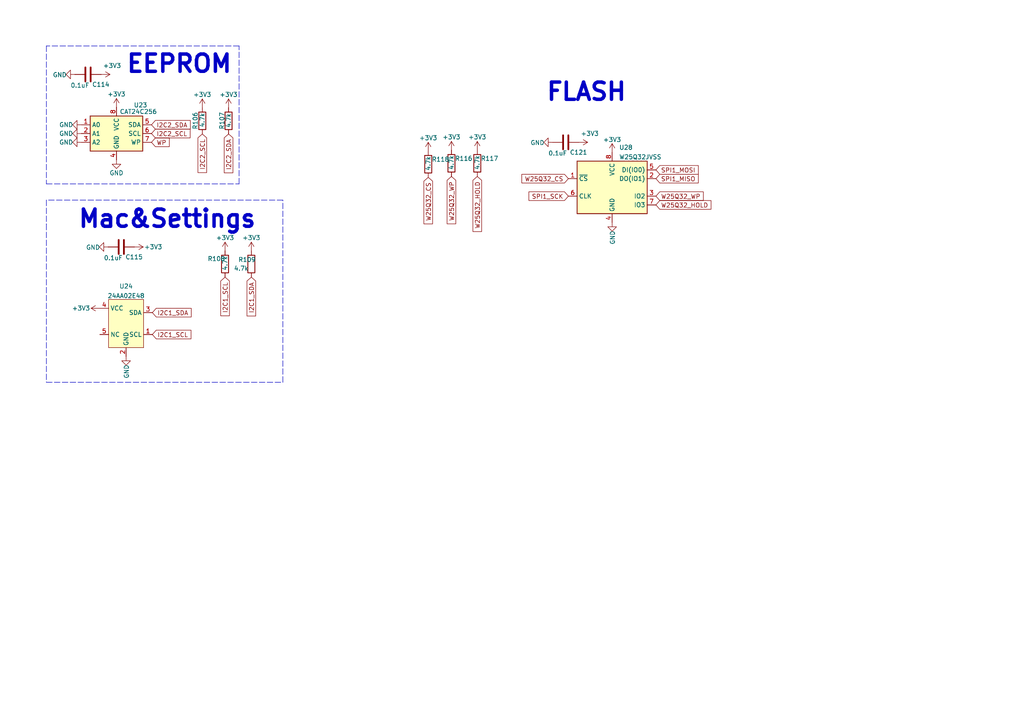
<source format=kicad_sch>
(kicad_sch (version 20211123) (generator eeschema)
  (paper "A4")
  (lib_symbols
    (symbol "Device:C" (pin_numbers hide) (pin_names (offset 0.254))
      (property "Reference" "C" (at 0.635 2.54 0))
      (property "Value" "C" (at 0.635 -2.54 0))
      (symbol "C_0_1"
        (polyline (pts (xy -2.032 -0.762) (xy 2.032 -0.762)) (stroke (width 0.508)))
        (polyline (pts (xy -2.032 0.762) (xy 2.032 0.762)) (stroke (width 0.508)))
      )
      (symbol "C_1_1"
        (pin passive line (at 0 3.81 270) (length 2.794) (name "~") (number "1"))
        (pin passive line (at 0 -3.81 90) (length 2.794) (name "~") (number "2"))
      )
    )
    (symbol "Device:R" (pin_numbers hide) (pin_names (offset 0))
      (property "Reference" "R" (at 2.032 0 90))
      (property "Value" "R" (at 0 0 90))
      (symbol "R_0_1"
        (rectangle (start -1.016 -2.54) (end 1.016 2.54) (stroke (width 0.254)))
      )
      (symbol "R_1_1"
        (pin passive line (at 0 3.81 270) (length 1.27) (name "~") (number "1"))
        (pin passive line (at 0 -3.81 90) (length 1.27) (name "~") (number "2"))
      )
    )
    (symbol "Memory_EEPROM:CAT24C256"
      (property "Reference" "U" (at -6.35 6.35 0))
      (property "Value" "CAT24C256" (at 1.27 6.35 0))
      (symbol "CAT24C256_1_1"
        (rectangle (start -7.62 5.08) (end 7.62 -5.08) (stroke (width 0.254)) (fill (type background)))
        (pin input line (at -10.16 2.54 0) (length 2.54) (name "A0") (number "1"))
        (pin input line (at -10.16 0 0) (length 2.54) (name "A1") (number "2"))
        (pin input line (at -10.16 -2.54 0) (length 2.54) (name "A2") (number "3"))
        (pin power_in line (at 0 -7.62 90) (length 2.54) (name "GND") (number "4"))
        (pin bidirectional line (at 10.16 2.54 180) (length 2.54) (name "SDA") (number "5"))
        (pin input line (at 10.16 0 180) (length 2.54) (name "SCL") (number "6"))
        (pin input line (at 10.16 -2.54 180) (length 2.54) (name "WP") (number "7"))
        (pin power_in line (at 0 7.62 270) (length 2.54) (name "VCC") (number "8"))
      )
    )
    (symbol "Memory_Flash:W25Q32JVSS"
      (property "Reference" "U" (at -8.89 8.89 0))
      (property "Value" "W25Q32JVSS" (at 7.62 8.89 0))
      (symbol "W25Q32JVSS_0_1"
        (rectangle (start -10.16 7.62) (end 10.16 -7.62) (stroke (width 0.254)) (fill (type background)))
      )
      (symbol "W25Q32JVSS_1_1"
        (pin input line (at -12.7 2.54 0) (length 2.54) (name "~{CS}") (number "1"))
        (pin bidirectional line (at 12.7 2.54 180) (length 2.54) (name "DO(IO1)") (number "2"))
        (pin bidirectional line (at 12.7 -2.54 180) (length 2.54) (name "IO2") (number "3"))
        (pin power_in line (at 0 -10.16 90) (length 2.54) (name "GND") (number "4"))
        (pin bidirectional line (at 12.7 5.08 180) (length 2.54) (name "DI(IO0)") (number "5"))
        (pin input line (at -12.7 -2.54 0) (length 2.54) (name "CLK") (number "6"))
        (pin bidirectional line (at 12.7 -5.08 180) (length 2.54) (name "IO3") (number "7"))
        (pin power_in line (at 0 10.16 270) (length 2.54) (name "VCC") (number "8"))
      )
    )
    (symbol "Symbols:24AA02E48"
      (property "Reference" "U" (at 0 7.62 0))
      (property "Value" "24AA02E48" (at 0 10.16 0))
      (symbol "24AA02E48_0_1"
        (rectangle (start 5.08 -7.62) (end -5.08 6.35) (fill (type background)))
      )
      (symbol "24AA02E48_1_1"
        (pin input line (at 7.62 -3.81 180) (length 2.54) (name "SCL") (number "1"))
        (pin input line (at 0 -10.16 90) (length 2.54) (name "GND") (number "2"))
        (pin input line (at 7.62 2.54 180) (length 2.54) (name "SDA") (number "3"))
        (pin input line (at -7.62 3.81 0) (length 2.54) (name "VCC") (number "4"))
        (pin input line (at -7.62 -3.81 0) (length 2.54) (name "NC") (number "5"))
      )
    )
    (symbol "power:+3.3V" (power) (pin_names (offset 0))
      (property "Value" "+3.3V" (at 0 3.556 0))
      (symbol "+3.3V_0_1"
        (polyline (pts (xy -0.762 1.27) (xy 0 2.54)))
        (polyline (pts (xy 0 0) (xy 0 2.54)))
        (polyline (pts (xy 0 2.54) (xy 0.762 1.27)))
      )
      (symbol "+3.3V_1_1"
        (pin power_in line (at 0 0 90) (length 0) hide (name "+3V3") (number "1"))
      )
    )
    (symbol "power:GND" (power) (pin_names (offset 0))
      (property "Value" "GND" (at 0 -3.81 0))
      (symbol "GND_0_1"
        (polyline (pts (xy 0 0) (xy 0 -1.27) (xy 1.27 -1.27) (xy 0 -2.54) (xy -1.27 -1.27) (xy 0 -1.27)))
      )
      (symbol "GND_1_1"
        (pin power_in line (at 0 0 270) (length 0) hide (name "GND") (number "1"))
      )
    )
  )
  (polyline (pts (xy 13.462 13.335) (xy 13.462 53.34)))
  (polyline (pts (xy 13.462 65.024) (xy 13.462 110.871)))
  (polyline (pts (xy 69.342 13.335) (xy 13.462 13.335)))
  (polyline (pts (xy 69.342 53.34) (xy 69.342 13.335)))
  (polyline (pts (xy 13.462 58.039) (xy 13.462 65.024)))
  (polyline (pts (xy 82.042 110.871) (xy 82.042 58.039)))
  (polyline (pts (xy 13.462 53.34) (xy 69.342 53.34)))
  (polyline (pts (xy 13.462 110.871) (xy 82.042 110.871)))
  (polyline (pts (xy 82.042 58.039) (xy 13.462 58.039)))
  (text "FLASH" (at 158.115 29.718 0) (effects (font (size 5.0038 5.0038) (thickness 1.0008) bold) (justify left bottom)))
  (text "Mac&Settings" (at 22.352 66.548 0) (effects (font (size 5.0038 5.0038) (thickness 1.0008) bold) (justify left bottom)))
  (text "EEPROM" (at 36.322 21.59 0) (effects (font (size 5.0038 5.0038) (thickness 1.0008) bold) (justify left bottom)))
  (global_label "I2C2_SDA" (shape input) (at 66.294 38.862 270) (property "Intersheet References" "${INTERSHEET_REFS}" (effects hide)))
  (global_label "I2C1_SCL" (shape input) (at 65.278 80.391 270) (property "Intersheet References" "${INTERSHEET_REFS}" (effects hide)))
  (global_label "W25Q32_HOLD" (shape input) (at 138.43 51.181 270) (property "Intersheet References" "${INTERSHEET_REFS}" (effects hide)))
  (global_label "W25Q32_WP" (shape input) (at 130.937 51.181 270) (property "Intersheet References" "${INTERSHEET_REFS}" (effects hide)))
  (global_label "I2C2_SCL" (shape input) (at 43.942 38.735 0) (property "Intersheet References" "${INTERSHEET_REFS}" (effects hide)))
  (global_label "W25Q32_CS" (shape input) (at 164.846 51.816 180) (property "Intersheet References" "${INTERSHEET_REFS}" (effects hide)))
  (global_label "I2C1_SDA" (shape input) (at 72.898 80.391 270) (property "Intersheet References" "${INTERSHEET_REFS}" (effects hide)))
  (global_label "SPI1_MISO" (shape input) (at 190.246 51.816 0) (property "Intersheet References" "${INTERSHEET_REFS}" (effects hide)))
  (global_label "SPI1_SCK" (shape input) (at 164.846 56.896 180) (property "Intersheet References" "${INTERSHEET_REFS}" (effects hide)))
  (global_label "W25Q32_HOLD" (shape input) (at 190.246 59.436 0) (property "Intersheet References" "${INTERSHEET_REFS}" (effects hide)))
  (global_label "WP" (shape input) (at 43.942 41.275 0) (property "Intersheet References" "${INTERSHEET_REFS}" (effects hide)))
  (global_label "W25Q32_WP" (shape input) (at 190.246 56.896 0) (property "Intersheet References" "${INTERSHEET_REFS}" (effects hide)))
  (global_label "SPI1_MOSI" (shape input) (at 190.246 49.276 0) (property "Intersheet References" "${INTERSHEET_REFS}" (effects hide)))
  (global_label "I2C1_SCL" (shape input) (at 44.196 97.028 0) (property "Intersheet References" "${INTERSHEET_REFS}" (effects hide)))
  (global_label "W25Q32_CS" (shape input) (at 124.206 51.435 270) (property "Intersheet References" "${INTERSHEET_REFS}" (effects hide)))
  (global_label "I2C2_SCL" (shape input) (at 58.674 38.862 270) (property "Intersheet References" "${INTERSHEET_REFS}" (effects hide)))
  (global_label "I2C1_SDA" (shape input) (at 44.196 90.678 0) (property "Intersheet References" "${INTERSHEET_REFS}" (effects hide)))
  (global_label "I2C2_SDA" (shape input) (at 43.942 36.195 0) (property "Intersheet References" "${INTERSHEET_REFS}" (effects hide)))
  (symbol (lib_id "power:+3.3V") (at 58.674 31.242 0) (unit 1)
    (property "Reference" "#PWR0339" (effects hide))
    (property "Value" "+3.3V" (at 58.674 27.432 0))
  )
  (symbol (lib_id "power:+3.3V") (at 28.956 89.408 90) (unit 1)
    (property "Reference" "#PWR0349" (effects hide))
    (property "Value" "+3.3V" (at 23.495 89.408 90))
  )
  (symbol (lib_id "Device:C") (at 25.527 21.59 270) (unit 1)
    (property "Reference" "C114" (at 26.6954 24.511 90) (effects (justify left)))
    (property "Value" "0.1uF" (at 20.447 24.765 90) (effects (justify left)))
    (property "Footprint" "Capacitor_SMD:C_0603_1608Metric" (effects hide))
  )
  (symbol (lib_id "Memory_Flash:W25Q32JVSS") (at 177.546 54.356 0) (unit 1)
    (property "Reference" "U28" (at 179.5654 42.7695 0) (effects (justify left)))
    (property "Value" "W25Q32JVSS" (at 179.5654 45.5446 0) (effects (justify left)))
    (property "Footprint" "Package_SO:SOIC-8_5.23x5.23mm_P1.27mm" (effects hide))
    (property "Datasheet" "http://www.winbond.com/resource-files/w25q32jv%20revg%2003272018%20plus.pdf" (effects hide))
  )
  (symbol (lib_id "power:+3.3V") (at 66.294 31.242 0) (unit 1)
    (property "Reference" "#PWR0340" (effects hide))
    (property "Value" "+3.3V" (at 66.294 27.432 0))
  )
  (symbol (lib_id "power:+3.3V") (at 38.989 71.628 270) (unit 1)
    (property "Reference" "#PWR0346" (effects hide))
    (property "Value" "+3.3V" (at 44.45 71.628 90))
  )
  (symbol (lib_id "Device:R") (at 130.937 47.371 0) (unit 1)
    (property "Reference" "R116" (at 131.953 45.974 0) (effects (justify left)))
    (property "Value" "4.7k" (at 130.937 49.276 90) (effects (justify left)))
    (property "Footprint" "Resistor_SMD:R_0603_1608Metric" (effects hide))
  )
  (symbol (lib_id "power:GND") (at 160.274 41.275 270) (unit 1)
    (property "Reference" "#PWR0380" (effects hide))
    (property "Value" "GND" (at 155.8798 41.402 90))
  )
  (symbol (lib_id "Device:R") (at 138.43 47.371 0) (unit 1)
    (property "Reference" "R117" (at 139.446 45.974 0) (effects (justify left)))
    (property "Value" "4.7k" (at 138.43 49.276 90) (effects (justify left)))
    (property "Footprint" "Resistor_SMD:R_0603_1608Metric" (effects hide))
  )
  (symbol (lib_id "power:GND") (at 21.717 21.59 270) (unit 1)
    (property "Reference" "#PWR0336" (effects hide))
    (property "Value" "GND" (at 17.3228 21.717 90))
  )
  (symbol (lib_id "power:GND") (at 36.576 103.378 0) (unit 1)
    (property "Reference" "#PWR0350" (effects hide))
    (property "Value" "GND" (at 36.703 107.7722 90))
  )
  (symbol (lib_id "power:GND") (at 177.546 64.516 0) (unit 1)
    (property "Reference" "#PWR0386" (effects hide))
    (property "Value" "GND" (at 177.673 68.9102 90))
  )
  (symbol (lib_id "power:+3.3V") (at 138.43 43.561 0) (unit 1)
    (property "Reference" "#PWR0383" (effects hide))
    (property "Value" "+3.3V" (at 138.43 39.751 0))
  )
  (symbol (lib_id "Device:C") (at 164.084 41.275 270) (unit 1)
    (property "Reference" "C121" (at 165.2524 44.196 90) (effects (justify left)))
    (property "Value" "0.1uF" (at 159.004 44.45 90) (effects (justify left)))
    (property "Footprint" "Capacitor_SMD:C_0603_1608Metric" (effects hide))
  )
  (symbol (lib_id "power:+3.3V") (at 33.782 31.115 0) (unit 1)
    (property "Reference" "#PWR0338" (effects hide))
    (property "Value" "+3.3V" (at 33.782 27.305 0))
  )
  (symbol (lib_id "Device:R") (at 58.674 35.052 0) (unit 1)
    (property "Reference" "R106" (at 56.642 37.592 90) (effects (justify left)))
    (property "Value" "4.7k" (at 58.674 36.957 90) (effects (justify left)))
    (property "Footprint" "Resistor_SMD:R_0603_1608Metric" (effects hide))
  )
  (symbol (lib_id "power:GND") (at 23.622 41.275 270) (unit 1)
    (property "Reference" "#PWR0343" (effects hide))
    (property "Value" "GND" (at 19.177 41.275 90))
  )
  (symbol (lib_id "power:GND") (at 23.622 36.195 270) (unit 1)
    (property "Reference" "#PWR0341" (effects hide))
    (property "Value" "GND" (at 19.177 36.195 90))
  )
  (symbol (lib_id "Device:R") (at 72.898 76.581 0) (unit 1)
    (property "Reference" "R109" (at 69.088 75.311 0) (effects (justify left)))
    (property "Value" "4.7k" (at 67.818 77.851 0) (effects (justify left)))
    (property "Footprint" "Resistor_SMD:R_0603_1608Metric" (effects hide))
  )
  (symbol (lib_id "power:GND") (at 23.622 38.735 270) (unit 1)
    (property "Reference" "#PWR0342" (effects hide))
    (property "Value" "GND" (at 19.177 38.735 90))
  )
  (symbol (lib_id "Memory_EEPROM:CAT24C256") (at 33.782 38.735 0) (unit 1)
    (property "Reference" "U23" (at 40.767 30.48 0))
    (property "Value" "CAT24C256" (at 40.132 32.385 0))
    (property "Footprint" "Package_SO:SOIC-8_3.9x4.9mm_P1.27mm" (effects hide))
    (property "Datasheet" "https://www.onsemi.cn/PowerSolutions/document/CAT24C256-D.PDF" (effects hide))
  )
  (symbol (lib_id "power:+3.3V") (at 29.337 21.59 270) (unit 1)
    (property "Reference" "#PWR0337" (effects hide))
    (property "Value" "+3.3V" (at 32.512 19.05 90))
  )
  (symbol (lib_id "Symbols:24AA02E48") (at 36.576 93.218 0) (unit 1)
    (property "Reference" "U24" (at 36.576 83.0285 0))
    (property "Value" "24AA02E48" (at 36.576 85.8036 0))
    (property "Footprint" "Package_TO_SOT_SMD:SOT-23-5" (effects hide))
  )
  (symbol (lib_id "power:+3.3V") (at 177.546 44.196 0) (unit 1)
    (property "Reference" "#PWR0385" (effects hide))
    (property "Value" "+3.3V" (at 177.546 40.513 0))
  )
  (symbol (lib_id "power:GND") (at 33.782 46.355 0) (unit 1)
    (property "Reference" "#PWR0344" (effects hide))
    (property "Value" "GND" (at 33.782 50.165 0))
  )
  (symbol (lib_id "power:+3.3V") (at 72.898 72.771 0) (unit 1)
    (property "Reference" "#PWR0348" (effects hide))
    (property "Value" "+3.3V" (at 72.898 68.961 0))
  )
  (symbol (lib_id "Device:R") (at 65.278 76.581 0) (unit 1)
    (property "Reference" "R108" (at 60.198 75.057 0) (effects (justify left)))
    (property "Value" "4.7k" (at 65.278 78.486 90) (effects (justify left)))
    (property "Footprint" "Resistor_SMD:R_0603_1608Metric" (effects hide))
  )
  (symbol (lib_id "power:+3.3V") (at 124.206 43.815 0) (unit 1)
    (property "Reference" "#PWR0384" (effects hide))
    (property "Value" "+3.3V" (at 124.206 40.005 0))
  )
  (symbol (lib_id "power:GND") (at 31.369 71.628 270) (unit 1)
    (property "Reference" "#PWR0345" (effects hide))
    (property "Value" "GND" (at 26.9748 71.755 90))
  )
  (symbol (lib_id "power:+3.3V") (at 65.278 72.771 0) (unit 1)
    (property "Reference" "#PWR0347" (effects hide))
    (property "Value" "+3.3V" (at 65.278 68.961 0))
  )
  (symbol (lib_id "power:+3.3V") (at 130.937 43.561 0) (unit 1)
    (property "Reference" "#PWR0382" (effects hide))
    (property "Value" "+3.3V" (at 130.937 39.751 0))
  )
  (symbol (lib_id "Device:C") (at 35.179 71.628 270) (unit 1)
    (property "Reference" "C115" (at 36.3474 74.549 90) (effects (justify left)))
    (property "Value" "0.1uF" (at 30.099 74.803 90) (effects (justify left)))
    (property "Footprint" "Capacitor_SMD:C_0603_1608Metric" (effects hide))
  )
  (symbol (lib_id "power:+3.3V") (at 167.894 41.275 270) (unit 1)
    (property "Reference" "#PWR0381" (effects hide))
    (property "Value" "+3.3V" (at 171.069 38.735 90))
  )
  (symbol (lib_id "Device:R") (at 124.206 47.625 0) (unit 1)
    (property "Reference" "R118" (at 125.222 46.228 0) (effects (justify left)))
    (property "Value" "4.7k" (at 124.206 49.53 90) (effects (justify left)))
    (property "Footprint" "Resistor_SMD:R_0603_1608Metric" (effects hide))
  )
  (symbol (lib_id "Device:R") (at 66.294 35.052 0) (unit 1)
    (property "Reference" "R107" (at 64.389 37.592 90) (effects (justify left)))
    (property "Value" "4.7k" (at 66.294 37.084 90) (effects (justify left)))
    (property "Footprint" "Resistor_SMD:R_0603_1608Metric" (effects hide))
  )
)
</source>
